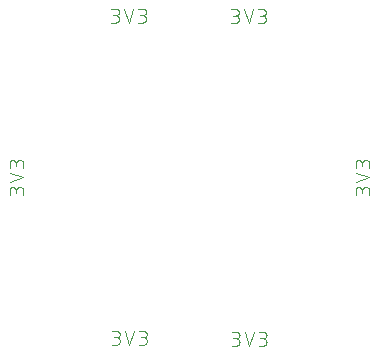
<source format=gbr>
G04 EAGLE Gerber X2 export*
%TF.Part,Single*%
%TF.FileFunction,Legend,Top,1*%
%TF.FilePolarity,Positive*%
%TF.GenerationSoftware,Autodesk,EAGLE,8.7.1*%
%TF.CreationDate,2018-07-15T20:23:54Z*%
G75*
%MOMM*%
%FSLAX34Y34*%
%LPD*%
%AMOC8*
5,1,8,0,0,1.08239X$1,22.5*%
G01*
%ADD10C,0.101600*%


D10*
X381518Y476726D02*
X384764Y476726D01*
X384877Y476728D01*
X384990Y476734D01*
X385103Y476744D01*
X385216Y476758D01*
X385328Y476775D01*
X385439Y476797D01*
X385549Y476822D01*
X385659Y476852D01*
X385767Y476885D01*
X385874Y476922D01*
X385980Y476962D01*
X386084Y477007D01*
X386187Y477055D01*
X386288Y477106D01*
X386387Y477161D01*
X386484Y477219D01*
X386579Y477281D01*
X386672Y477346D01*
X386762Y477414D01*
X386850Y477485D01*
X386936Y477560D01*
X387019Y477637D01*
X387099Y477717D01*
X387176Y477800D01*
X387251Y477886D01*
X387322Y477974D01*
X387390Y478064D01*
X387455Y478157D01*
X387517Y478252D01*
X387575Y478349D01*
X387630Y478448D01*
X387681Y478549D01*
X387729Y478652D01*
X387774Y478756D01*
X387814Y478862D01*
X387851Y478969D01*
X387884Y479077D01*
X387914Y479187D01*
X387939Y479297D01*
X387961Y479408D01*
X387978Y479520D01*
X387992Y479633D01*
X388002Y479746D01*
X388008Y479859D01*
X388010Y479972D01*
X388008Y480085D01*
X388002Y480198D01*
X387992Y480311D01*
X387978Y480424D01*
X387961Y480536D01*
X387939Y480647D01*
X387914Y480757D01*
X387884Y480867D01*
X387851Y480975D01*
X387814Y481082D01*
X387774Y481188D01*
X387729Y481292D01*
X387681Y481395D01*
X387630Y481496D01*
X387575Y481595D01*
X387517Y481692D01*
X387455Y481787D01*
X387390Y481880D01*
X387322Y481970D01*
X387251Y482058D01*
X387176Y482144D01*
X387099Y482227D01*
X387019Y482307D01*
X386936Y482384D01*
X386850Y482459D01*
X386762Y482530D01*
X386672Y482598D01*
X386579Y482663D01*
X386484Y482725D01*
X386387Y482783D01*
X386288Y482838D01*
X386187Y482889D01*
X386084Y482937D01*
X385980Y482982D01*
X385874Y483022D01*
X385767Y483059D01*
X385659Y483092D01*
X385549Y483122D01*
X385439Y483147D01*
X385328Y483169D01*
X385216Y483186D01*
X385103Y483200D01*
X384990Y483210D01*
X384877Y483216D01*
X384764Y483218D01*
X385413Y488410D02*
X381518Y488410D01*
X385413Y488410D02*
X385514Y488408D01*
X385614Y488402D01*
X385714Y488392D01*
X385814Y488379D01*
X385913Y488361D01*
X386012Y488340D01*
X386109Y488315D01*
X386206Y488286D01*
X386301Y488253D01*
X386395Y488217D01*
X386487Y488177D01*
X386578Y488134D01*
X386667Y488087D01*
X386754Y488037D01*
X386840Y487983D01*
X386923Y487926D01*
X387003Y487866D01*
X387082Y487803D01*
X387158Y487736D01*
X387231Y487667D01*
X387301Y487595D01*
X387369Y487521D01*
X387434Y487444D01*
X387495Y487364D01*
X387554Y487282D01*
X387609Y487198D01*
X387661Y487112D01*
X387710Y487024D01*
X387755Y486934D01*
X387797Y486842D01*
X387835Y486749D01*
X387869Y486654D01*
X387900Y486559D01*
X387927Y486462D01*
X387950Y486364D01*
X387970Y486265D01*
X387985Y486165D01*
X387997Y486065D01*
X388005Y485965D01*
X388009Y485864D01*
X388009Y485764D01*
X388005Y485663D01*
X387997Y485563D01*
X387985Y485463D01*
X387970Y485363D01*
X387950Y485264D01*
X387927Y485166D01*
X387900Y485069D01*
X387869Y484974D01*
X387835Y484879D01*
X387797Y484786D01*
X387755Y484694D01*
X387710Y484604D01*
X387661Y484516D01*
X387609Y484430D01*
X387554Y484346D01*
X387495Y484264D01*
X387434Y484184D01*
X387369Y484107D01*
X387301Y484033D01*
X387231Y483961D01*
X387158Y483892D01*
X387082Y483825D01*
X387003Y483762D01*
X386923Y483702D01*
X386840Y483645D01*
X386754Y483591D01*
X386667Y483541D01*
X386578Y483494D01*
X386487Y483451D01*
X386395Y483411D01*
X386301Y483375D01*
X386206Y483342D01*
X386109Y483313D01*
X386012Y483288D01*
X385913Y483267D01*
X385814Y483249D01*
X385714Y483236D01*
X385614Y483226D01*
X385514Y483220D01*
X385413Y483218D01*
X385413Y483217D02*
X382817Y483217D01*
X392299Y488410D02*
X396194Y476726D01*
X400089Y488410D01*
X404378Y476726D02*
X407624Y476726D01*
X407737Y476728D01*
X407850Y476734D01*
X407963Y476744D01*
X408076Y476758D01*
X408188Y476775D01*
X408299Y476797D01*
X408409Y476822D01*
X408519Y476852D01*
X408627Y476885D01*
X408734Y476922D01*
X408840Y476962D01*
X408944Y477007D01*
X409047Y477055D01*
X409148Y477106D01*
X409247Y477161D01*
X409344Y477219D01*
X409439Y477281D01*
X409532Y477346D01*
X409622Y477414D01*
X409710Y477485D01*
X409796Y477560D01*
X409879Y477637D01*
X409959Y477717D01*
X410036Y477800D01*
X410111Y477886D01*
X410182Y477974D01*
X410250Y478064D01*
X410315Y478157D01*
X410377Y478252D01*
X410435Y478349D01*
X410490Y478448D01*
X410541Y478549D01*
X410589Y478652D01*
X410634Y478756D01*
X410674Y478862D01*
X410711Y478969D01*
X410744Y479077D01*
X410774Y479187D01*
X410799Y479297D01*
X410821Y479408D01*
X410838Y479520D01*
X410852Y479633D01*
X410862Y479746D01*
X410868Y479859D01*
X410870Y479972D01*
X410868Y480085D01*
X410862Y480198D01*
X410852Y480311D01*
X410838Y480424D01*
X410821Y480536D01*
X410799Y480647D01*
X410774Y480757D01*
X410744Y480867D01*
X410711Y480975D01*
X410674Y481082D01*
X410634Y481188D01*
X410589Y481292D01*
X410541Y481395D01*
X410490Y481496D01*
X410435Y481595D01*
X410377Y481692D01*
X410315Y481787D01*
X410250Y481880D01*
X410182Y481970D01*
X410111Y482058D01*
X410036Y482144D01*
X409959Y482227D01*
X409879Y482307D01*
X409796Y482384D01*
X409710Y482459D01*
X409622Y482530D01*
X409532Y482598D01*
X409439Y482663D01*
X409344Y482725D01*
X409247Y482783D01*
X409148Y482838D01*
X409047Y482889D01*
X408944Y482937D01*
X408840Y482982D01*
X408734Y483022D01*
X408627Y483059D01*
X408519Y483092D01*
X408409Y483122D01*
X408299Y483147D01*
X408188Y483169D01*
X408076Y483186D01*
X407963Y483200D01*
X407850Y483210D01*
X407737Y483216D01*
X407624Y483218D01*
X408273Y488410D02*
X404378Y488410D01*
X408273Y488410D02*
X408374Y488408D01*
X408474Y488402D01*
X408574Y488392D01*
X408674Y488379D01*
X408773Y488361D01*
X408872Y488340D01*
X408969Y488315D01*
X409066Y488286D01*
X409161Y488253D01*
X409255Y488217D01*
X409347Y488177D01*
X409438Y488134D01*
X409527Y488087D01*
X409614Y488037D01*
X409700Y487983D01*
X409783Y487926D01*
X409863Y487866D01*
X409942Y487803D01*
X410018Y487736D01*
X410091Y487667D01*
X410161Y487595D01*
X410229Y487521D01*
X410294Y487444D01*
X410355Y487364D01*
X410414Y487282D01*
X410469Y487198D01*
X410521Y487112D01*
X410570Y487024D01*
X410615Y486934D01*
X410657Y486842D01*
X410695Y486749D01*
X410729Y486654D01*
X410760Y486559D01*
X410787Y486462D01*
X410810Y486364D01*
X410830Y486265D01*
X410845Y486165D01*
X410857Y486065D01*
X410865Y485965D01*
X410869Y485864D01*
X410869Y485764D01*
X410865Y485663D01*
X410857Y485563D01*
X410845Y485463D01*
X410830Y485363D01*
X410810Y485264D01*
X410787Y485166D01*
X410760Y485069D01*
X410729Y484974D01*
X410695Y484879D01*
X410657Y484786D01*
X410615Y484694D01*
X410570Y484604D01*
X410521Y484516D01*
X410469Y484430D01*
X410414Y484346D01*
X410355Y484264D01*
X410294Y484184D01*
X410229Y484107D01*
X410161Y484033D01*
X410091Y483961D01*
X410018Y483892D01*
X409942Y483825D01*
X409863Y483762D01*
X409783Y483702D01*
X409700Y483645D01*
X409614Y483591D01*
X409527Y483541D01*
X409438Y483494D01*
X409347Y483451D01*
X409255Y483411D01*
X409161Y483375D01*
X409066Y483342D01*
X408969Y483313D01*
X408872Y483288D01*
X408773Y483267D01*
X408674Y483249D01*
X408574Y483236D01*
X408474Y483226D01*
X408374Y483220D01*
X408273Y483218D01*
X408273Y483217D02*
X405677Y483217D01*
X498512Y334770D02*
X498512Y331524D01*
X498512Y334770D02*
X498510Y334883D01*
X498504Y334996D01*
X498494Y335109D01*
X498480Y335222D01*
X498463Y335334D01*
X498441Y335445D01*
X498416Y335555D01*
X498386Y335665D01*
X498353Y335773D01*
X498316Y335880D01*
X498276Y335986D01*
X498231Y336090D01*
X498183Y336193D01*
X498132Y336294D01*
X498077Y336393D01*
X498019Y336490D01*
X497957Y336585D01*
X497892Y336678D01*
X497824Y336768D01*
X497753Y336856D01*
X497678Y336942D01*
X497601Y337025D01*
X497521Y337105D01*
X497438Y337182D01*
X497352Y337257D01*
X497264Y337328D01*
X497174Y337396D01*
X497081Y337461D01*
X496986Y337523D01*
X496889Y337581D01*
X496790Y337636D01*
X496689Y337687D01*
X496586Y337735D01*
X496482Y337780D01*
X496376Y337820D01*
X496269Y337857D01*
X496161Y337890D01*
X496051Y337920D01*
X495941Y337945D01*
X495830Y337967D01*
X495718Y337984D01*
X495605Y337998D01*
X495492Y338008D01*
X495379Y338014D01*
X495266Y338016D01*
X495153Y338014D01*
X495040Y338008D01*
X494927Y337998D01*
X494814Y337984D01*
X494702Y337967D01*
X494591Y337945D01*
X494481Y337920D01*
X494371Y337890D01*
X494263Y337857D01*
X494156Y337820D01*
X494050Y337780D01*
X493946Y337735D01*
X493843Y337687D01*
X493742Y337636D01*
X493643Y337581D01*
X493546Y337523D01*
X493451Y337461D01*
X493358Y337396D01*
X493268Y337328D01*
X493180Y337257D01*
X493094Y337182D01*
X493011Y337105D01*
X492931Y337025D01*
X492854Y336942D01*
X492779Y336856D01*
X492708Y336768D01*
X492640Y336678D01*
X492575Y336585D01*
X492513Y336490D01*
X492455Y336393D01*
X492400Y336294D01*
X492349Y336193D01*
X492301Y336090D01*
X492256Y335986D01*
X492216Y335880D01*
X492179Y335773D01*
X492146Y335665D01*
X492116Y335555D01*
X492091Y335445D01*
X492069Y335334D01*
X492052Y335222D01*
X492038Y335109D01*
X492028Y334996D01*
X492022Y334883D01*
X492020Y334770D01*
X486828Y335419D02*
X486828Y331524D01*
X486828Y335419D02*
X486830Y335520D01*
X486836Y335620D01*
X486846Y335720D01*
X486859Y335820D01*
X486877Y335919D01*
X486898Y336018D01*
X486923Y336115D01*
X486952Y336212D01*
X486985Y336307D01*
X487021Y336401D01*
X487061Y336493D01*
X487104Y336584D01*
X487151Y336673D01*
X487201Y336760D01*
X487255Y336846D01*
X487312Y336929D01*
X487372Y337009D01*
X487435Y337088D01*
X487502Y337164D01*
X487571Y337237D01*
X487643Y337307D01*
X487717Y337375D01*
X487794Y337440D01*
X487874Y337501D01*
X487956Y337560D01*
X488040Y337615D01*
X488126Y337667D01*
X488214Y337716D01*
X488304Y337761D01*
X488396Y337803D01*
X488489Y337841D01*
X488584Y337875D01*
X488679Y337906D01*
X488776Y337933D01*
X488874Y337956D01*
X488973Y337976D01*
X489073Y337991D01*
X489173Y338003D01*
X489273Y338011D01*
X489374Y338015D01*
X489474Y338015D01*
X489575Y338011D01*
X489675Y338003D01*
X489775Y337991D01*
X489875Y337976D01*
X489974Y337956D01*
X490072Y337933D01*
X490169Y337906D01*
X490264Y337875D01*
X490359Y337841D01*
X490452Y337803D01*
X490544Y337761D01*
X490634Y337716D01*
X490722Y337667D01*
X490808Y337615D01*
X490892Y337560D01*
X490974Y337501D01*
X491054Y337440D01*
X491131Y337375D01*
X491205Y337307D01*
X491277Y337237D01*
X491346Y337164D01*
X491413Y337088D01*
X491476Y337009D01*
X491536Y336929D01*
X491593Y336846D01*
X491647Y336760D01*
X491697Y336673D01*
X491744Y336584D01*
X491787Y336493D01*
X491827Y336401D01*
X491863Y336307D01*
X491896Y336212D01*
X491925Y336115D01*
X491950Y336018D01*
X491971Y335919D01*
X491989Y335820D01*
X492002Y335720D01*
X492012Y335620D01*
X492018Y335520D01*
X492020Y335419D01*
X492021Y335419D02*
X492021Y332823D01*
X486828Y342305D02*
X498512Y346200D01*
X486828Y350095D01*
X498512Y354384D02*
X498512Y357630D01*
X498510Y357743D01*
X498504Y357856D01*
X498494Y357969D01*
X498480Y358082D01*
X498463Y358194D01*
X498441Y358305D01*
X498416Y358415D01*
X498386Y358525D01*
X498353Y358633D01*
X498316Y358740D01*
X498276Y358846D01*
X498231Y358950D01*
X498183Y359053D01*
X498132Y359154D01*
X498077Y359253D01*
X498019Y359350D01*
X497957Y359445D01*
X497892Y359538D01*
X497824Y359628D01*
X497753Y359716D01*
X497678Y359802D01*
X497601Y359885D01*
X497521Y359965D01*
X497438Y360042D01*
X497352Y360117D01*
X497264Y360188D01*
X497174Y360256D01*
X497081Y360321D01*
X496986Y360383D01*
X496889Y360441D01*
X496790Y360496D01*
X496689Y360547D01*
X496586Y360595D01*
X496482Y360640D01*
X496376Y360680D01*
X496269Y360717D01*
X496161Y360750D01*
X496051Y360780D01*
X495941Y360805D01*
X495830Y360827D01*
X495718Y360844D01*
X495605Y360858D01*
X495492Y360868D01*
X495379Y360874D01*
X495266Y360876D01*
X495153Y360874D01*
X495040Y360868D01*
X494927Y360858D01*
X494814Y360844D01*
X494702Y360827D01*
X494591Y360805D01*
X494481Y360780D01*
X494371Y360750D01*
X494263Y360717D01*
X494156Y360680D01*
X494050Y360640D01*
X493946Y360595D01*
X493843Y360547D01*
X493742Y360496D01*
X493643Y360441D01*
X493546Y360383D01*
X493451Y360321D01*
X493358Y360256D01*
X493268Y360188D01*
X493180Y360117D01*
X493094Y360042D01*
X493011Y359965D01*
X492931Y359885D01*
X492854Y359802D01*
X492779Y359716D01*
X492708Y359628D01*
X492640Y359538D01*
X492575Y359445D01*
X492513Y359350D01*
X492455Y359253D01*
X492400Y359154D01*
X492349Y359053D01*
X492301Y358950D01*
X492256Y358846D01*
X492216Y358740D01*
X492179Y358633D01*
X492146Y358525D01*
X492116Y358415D01*
X492091Y358305D01*
X492069Y358194D01*
X492052Y358082D01*
X492038Y357969D01*
X492028Y357856D01*
X492022Y357743D01*
X492020Y357630D01*
X486828Y358279D02*
X486828Y354384D01*
X486828Y358279D02*
X486830Y358380D01*
X486836Y358480D01*
X486846Y358580D01*
X486859Y358680D01*
X486877Y358779D01*
X486898Y358878D01*
X486923Y358975D01*
X486952Y359072D01*
X486985Y359167D01*
X487021Y359261D01*
X487061Y359353D01*
X487104Y359444D01*
X487151Y359533D01*
X487201Y359620D01*
X487255Y359706D01*
X487312Y359789D01*
X487372Y359869D01*
X487435Y359948D01*
X487502Y360024D01*
X487571Y360097D01*
X487643Y360167D01*
X487717Y360235D01*
X487794Y360300D01*
X487874Y360361D01*
X487956Y360420D01*
X488040Y360475D01*
X488126Y360527D01*
X488214Y360576D01*
X488304Y360621D01*
X488396Y360663D01*
X488489Y360701D01*
X488584Y360735D01*
X488679Y360766D01*
X488776Y360793D01*
X488874Y360816D01*
X488973Y360836D01*
X489073Y360851D01*
X489173Y360863D01*
X489273Y360871D01*
X489374Y360875D01*
X489474Y360875D01*
X489575Y360871D01*
X489675Y360863D01*
X489775Y360851D01*
X489875Y360836D01*
X489974Y360816D01*
X490072Y360793D01*
X490169Y360766D01*
X490264Y360735D01*
X490359Y360701D01*
X490452Y360663D01*
X490544Y360621D01*
X490634Y360576D01*
X490722Y360527D01*
X490808Y360475D01*
X490892Y360420D01*
X490974Y360361D01*
X491054Y360300D01*
X491131Y360235D01*
X491205Y360167D01*
X491277Y360097D01*
X491346Y360024D01*
X491413Y359948D01*
X491476Y359869D01*
X491536Y359789D01*
X491593Y359706D01*
X491647Y359620D01*
X491697Y359533D01*
X491744Y359444D01*
X491787Y359353D01*
X491827Y359261D01*
X491863Y359167D01*
X491896Y359072D01*
X491925Y358975D01*
X491950Y358878D01*
X491971Y358779D01*
X491989Y358680D01*
X492002Y358580D01*
X492012Y358480D01*
X492018Y358380D01*
X492020Y358279D01*
X492021Y358279D02*
X492021Y355683D01*
X385272Y203482D02*
X382026Y203482D01*
X385272Y203482D02*
X385385Y203484D01*
X385498Y203490D01*
X385611Y203500D01*
X385724Y203514D01*
X385836Y203531D01*
X385947Y203553D01*
X386057Y203578D01*
X386167Y203608D01*
X386275Y203641D01*
X386382Y203678D01*
X386488Y203718D01*
X386592Y203763D01*
X386695Y203811D01*
X386796Y203862D01*
X386895Y203917D01*
X386992Y203975D01*
X387087Y204037D01*
X387180Y204102D01*
X387270Y204170D01*
X387358Y204241D01*
X387444Y204316D01*
X387527Y204393D01*
X387607Y204473D01*
X387684Y204556D01*
X387759Y204642D01*
X387830Y204730D01*
X387898Y204820D01*
X387963Y204913D01*
X388025Y205008D01*
X388083Y205105D01*
X388138Y205204D01*
X388189Y205305D01*
X388237Y205408D01*
X388282Y205512D01*
X388322Y205618D01*
X388359Y205725D01*
X388392Y205833D01*
X388422Y205943D01*
X388447Y206053D01*
X388469Y206164D01*
X388486Y206276D01*
X388500Y206389D01*
X388510Y206502D01*
X388516Y206615D01*
X388518Y206728D01*
X388516Y206841D01*
X388510Y206954D01*
X388500Y207067D01*
X388486Y207180D01*
X388469Y207292D01*
X388447Y207403D01*
X388422Y207513D01*
X388392Y207623D01*
X388359Y207731D01*
X388322Y207838D01*
X388282Y207944D01*
X388237Y208048D01*
X388189Y208151D01*
X388138Y208252D01*
X388083Y208351D01*
X388025Y208448D01*
X387963Y208543D01*
X387898Y208636D01*
X387830Y208726D01*
X387759Y208814D01*
X387684Y208900D01*
X387607Y208983D01*
X387527Y209063D01*
X387444Y209140D01*
X387358Y209215D01*
X387270Y209286D01*
X387180Y209354D01*
X387087Y209419D01*
X386992Y209481D01*
X386895Y209539D01*
X386796Y209594D01*
X386695Y209645D01*
X386592Y209693D01*
X386488Y209738D01*
X386382Y209778D01*
X386275Y209815D01*
X386167Y209848D01*
X386057Y209878D01*
X385947Y209903D01*
X385836Y209925D01*
X385724Y209942D01*
X385611Y209956D01*
X385498Y209966D01*
X385385Y209972D01*
X385272Y209974D01*
X385921Y215166D02*
X382026Y215166D01*
X385921Y215166D02*
X386022Y215164D01*
X386122Y215158D01*
X386222Y215148D01*
X386322Y215135D01*
X386421Y215117D01*
X386520Y215096D01*
X386617Y215071D01*
X386714Y215042D01*
X386809Y215009D01*
X386903Y214973D01*
X386995Y214933D01*
X387086Y214890D01*
X387175Y214843D01*
X387262Y214793D01*
X387348Y214739D01*
X387431Y214682D01*
X387511Y214622D01*
X387590Y214559D01*
X387666Y214492D01*
X387739Y214423D01*
X387809Y214351D01*
X387877Y214277D01*
X387942Y214200D01*
X388003Y214120D01*
X388062Y214038D01*
X388117Y213954D01*
X388169Y213868D01*
X388218Y213780D01*
X388263Y213690D01*
X388305Y213598D01*
X388343Y213505D01*
X388377Y213410D01*
X388408Y213315D01*
X388435Y213218D01*
X388458Y213120D01*
X388478Y213021D01*
X388493Y212921D01*
X388505Y212821D01*
X388513Y212721D01*
X388517Y212620D01*
X388517Y212520D01*
X388513Y212419D01*
X388505Y212319D01*
X388493Y212219D01*
X388478Y212119D01*
X388458Y212020D01*
X388435Y211922D01*
X388408Y211825D01*
X388377Y211730D01*
X388343Y211635D01*
X388305Y211542D01*
X388263Y211450D01*
X388218Y211360D01*
X388169Y211272D01*
X388117Y211186D01*
X388062Y211102D01*
X388003Y211020D01*
X387942Y210940D01*
X387877Y210863D01*
X387809Y210789D01*
X387739Y210717D01*
X387666Y210648D01*
X387590Y210581D01*
X387511Y210518D01*
X387431Y210458D01*
X387348Y210401D01*
X387262Y210347D01*
X387175Y210297D01*
X387086Y210250D01*
X386995Y210207D01*
X386903Y210167D01*
X386809Y210131D01*
X386714Y210098D01*
X386617Y210069D01*
X386520Y210044D01*
X386421Y210023D01*
X386322Y210005D01*
X386222Y209992D01*
X386122Y209982D01*
X386022Y209976D01*
X385921Y209974D01*
X385921Y209973D02*
X383325Y209973D01*
X392807Y215166D02*
X396702Y203482D01*
X400597Y215166D01*
X404886Y203482D02*
X408132Y203482D01*
X408245Y203484D01*
X408358Y203490D01*
X408471Y203500D01*
X408584Y203514D01*
X408696Y203531D01*
X408807Y203553D01*
X408917Y203578D01*
X409027Y203608D01*
X409135Y203641D01*
X409242Y203678D01*
X409348Y203718D01*
X409452Y203763D01*
X409555Y203811D01*
X409656Y203862D01*
X409755Y203917D01*
X409852Y203975D01*
X409947Y204037D01*
X410040Y204102D01*
X410130Y204170D01*
X410218Y204241D01*
X410304Y204316D01*
X410387Y204393D01*
X410467Y204473D01*
X410544Y204556D01*
X410619Y204642D01*
X410690Y204730D01*
X410758Y204820D01*
X410823Y204913D01*
X410885Y205008D01*
X410943Y205105D01*
X410998Y205204D01*
X411049Y205305D01*
X411097Y205408D01*
X411142Y205512D01*
X411182Y205618D01*
X411219Y205725D01*
X411252Y205833D01*
X411282Y205943D01*
X411307Y206053D01*
X411329Y206164D01*
X411346Y206276D01*
X411360Y206389D01*
X411370Y206502D01*
X411376Y206615D01*
X411378Y206728D01*
X411376Y206841D01*
X411370Y206954D01*
X411360Y207067D01*
X411346Y207180D01*
X411329Y207292D01*
X411307Y207403D01*
X411282Y207513D01*
X411252Y207623D01*
X411219Y207731D01*
X411182Y207838D01*
X411142Y207944D01*
X411097Y208048D01*
X411049Y208151D01*
X410998Y208252D01*
X410943Y208351D01*
X410885Y208448D01*
X410823Y208543D01*
X410758Y208636D01*
X410690Y208726D01*
X410619Y208814D01*
X410544Y208900D01*
X410467Y208983D01*
X410387Y209063D01*
X410304Y209140D01*
X410218Y209215D01*
X410130Y209286D01*
X410040Y209354D01*
X409947Y209419D01*
X409852Y209481D01*
X409755Y209539D01*
X409656Y209594D01*
X409555Y209645D01*
X409452Y209693D01*
X409348Y209738D01*
X409242Y209778D01*
X409135Y209815D01*
X409027Y209848D01*
X408917Y209878D01*
X408807Y209903D01*
X408696Y209925D01*
X408584Y209942D01*
X408471Y209956D01*
X408358Y209966D01*
X408245Y209972D01*
X408132Y209974D01*
X408781Y215166D02*
X404886Y215166D01*
X408781Y215166D02*
X408882Y215164D01*
X408982Y215158D01*
X409082Y215148D01*
X409182Y215135D01*
X409281Y215117D01*
X409380Y215096D01*
X409477Y215071D01*
X409574Y215042D01*
X409669Y215009D01*
X409763Y214973D01*
X409855Y214933D01*
X409946Y214890D01*
X410035Y214843D01*
X410122Y214793D01*
X410208Y214739D01*
X410291Y214682D01*
X410371Y214622D01*
X410450Y214559D01*
X410526Y214492D01*
X410599Y214423D01*
X410669Y214351D01*
X410737Y214277D01*
X410802Y214200D01*
X410863Y214120D01*
X410922Y214038D01*
X410977Y213954D01*
X411029Y213868D01*
X411078Y213780D01*
X411123Y213690D01*
X411165Y213598D01*
X411203Y213505D01*
X411237Y213410D01*
X411268Y213315D01*
X411295Y213218D01*
X411318Y213120D01*
X411338Y213021D01*
X411353Y212921D01*
X411365Y212821D01*
X411373Y212721D01*
X411377Y212620D01*
X411377Y212520D01*
X411373Y212419D01*
X411365Y212319D01*
X411353Y212219D01*
X411338Y212119D01*
X411318Y212020D01*
X411295Y211922D01*
X411268Y211825D01*
X411237Y211730D01*
X411203Y211635D01*
X411165Y211542D01*
X411123Y211450D01*
X411078Y211360D01*
X411029Y211272D01*
X410977Y211186D01*
X410922Y211102D01*
X410863Y211020D01*
X410802Y210940D01*
X410737Y210863D01*
X410669Y210789D01*
X410599Y210717D01*
X410526Y210648D01*
X410450Y210581D01*
X410371Y210518D01*
X410291Y210458D01*
X410208Y210401D01*
X410122Y210347D01*
X410035Y210297D01*
X409946Y210250D01*
X409855Y210207D01*
X409763Y210167D01*
X409669Y210131D01*
X409574Y210098D01*
X409477Y210069D01*
X409380Y210044D01*
X409281Y210023D01*
X409182Y210005D01*
X409082Y209992D01*
X408982Y209982D01*
X408882Y209976D01*
X408781Y209974D01*
X408781Y209973D02*
X406185Y209973D01*
X205572Y331524D02*
X205572Y334770D01*
X205570Y334883D01*
X205564Y334996D01*
X205554Y335109D01*
X205540Y335222D01*
X205523Y335334D01*
X205501Y335445D01*
X205476Y335555D01*
X205446Y335665D01*
X205413Y335773D01*
X205376Y335880D01*
X205336Y335986D01*
X205291Y336090D01*
X205243Y336193D01*
X205192Y336294D01*
X205137Y336393D01*
X205079Y336490D01*
X205017Y336585D01*
X204952Y336678D01*
X204884Y336768D01*
X204813Y336856D01*
X204738Y336942D01*
X204661Y337025D01*
X204581Y337105D01*
X204498Y337182D01*
X204412Y337257D01*
X204324Y337328D01*
X204234Y337396D01*
X204141Y337461D01*
X204046Y337523D01*
X203949Y337581D01*
X203850Y337636D01*
X203749Y337687D01*
X203646Y337735D01*
X203542Y337780D01*
X203436Y337820D01*
X203329Y337857D01*
X203221Y337890D01*
X203111Y337920D01*
X203001Y337945D01*
X202890Y337967D01*
X202778Y337984D01*
X202665Y337998D01*
X202552Y338008D01*
X202439Y338014D01*
X202326Y338016D01*
X202213Y338014D01*
X202100Y338008D01*
X201987Y337998D01*
X201874Y337984D01*
X201762Y337967D01*
X201651Y337945D01*
X201541Y337920D01*
X201431Y337890D01*
X201323Y337857D01*
X201216Y337820D01*
X201110Y337780D01*
X201006Y337735D01*
X200903Y337687D01*
X200802Y337636D01*
X200703Y337581D01*
X200606Y337523D01*
X200511Y337461D01*
X200418Y337396D01*
X200328Y337328D01*
X200240Y337257D01*
X200154Y337182D01*
X200071Y337105D01*
X199991Y337025D01*
X199914Y336942D01*
X199839Y336856D01*
X199768Y336768D01*
X199700Y336678D01*
X199635Y336585D01*
X199573Y336490D01*
X199515Y336393D01*
X199460Y336294D01*
X199409Y336193D01*
X199361Y336090D01*
X199316Y335986D01*
X199276Y335880D01*
X199239Y335773D01*
X199206Y335665D01*
X199176Y335555D01*
X199151Y335445D01*
X199129Y335334D01*
X199112Y335222D01*
X199098Y335109D01*
X199088Y334996D01*
X199082Y334883D01*
X199080Y334770D01*
X193888Y335419D02*
X193888Y331524D01*
X193888Y335419D02*
X193890Y335520D01*
X193896Y335620D01*
X193906Y335720D01*
X193919Y335820D01*
X193937Y335919D01*
X193958Y336018D01*
X193983Y336115D01*
X194012Y336212D01*
X194045Y336307D01*
X194081Y336401D01*
X194121Y336493D01*
X194164Y336584D01*
X194211Y336673D01*
X194261Y336760D01*
X194315Y336846D01*
X194372Y336929D01*
X194432Y337009D01*
X194495Y337088D01*
X194562Y337164D01*
X194631Y337237D01*
X194703Y337307D01*
X194777Y337375D01*
X194854Y337440D01*
X194934Y337501D01*
X195016Y337560D01*
X195100Y337615D01*
X195186Y337667D01*
X195274Y337716D01*
X195364Y337761D01*
X195456Y337803D01*
X195549Y337841D01*
X195644Y337875D01*
X195739Y337906D01*
X195836Y337933D01*
X195934Y337956D01*
X196033Y337976D01*
X196133Y337991D01*
X196233Y338003D01*
X196333Y338011D01*
X196434Y338015D01*
X196534Y338015D01*
X196635Y338011D01*
X196735Y338003D01*
X196835Y337991D01*
X196935Y337976D01*
X197034Y337956D01*
X197132Y337933D01*
X197229Y337906D01*
X197324Y337875D01*
X197419Y337841D01*
X197512Y337803D01*
X197604Y337761D01*
X197694Y337716D01*
X197782Y337667D01*
X197868Y337615D01*
X197952Y337560D01*
X198034Y337501D01*
X198114Y337440D01*
X198191Y337375D01*
X198265Y337307D01*
X198337Y337237D01*
X198406Y337164D01*
X198473Y337088D01*
X198536Y337009D01*
X198596Y336929D01*
X198653Y336846D01*
X198707Y336760D01*
X198757Y336673D01*
X198804Y336584D01*
X198847Y336493D01*
X198887Y336401D01*
X198923Y336307D01*
X198956Y336212D01*
X198985Y336115D01*
X199010Y336018D01*
X199031Y335919D01*
X199049Y335820D01*
X199062Y335720D01*
X199072Y335620D01*
X199078Y335520D01*
X199080Y335419D01*
X199081Y335419D02*
X199081Y332823D01*
X193888Y342305D02*
X205572Y346200D01*
X193888Y350095D01*
X205572Y354384D02*
X205572Y357630D01*
X205570Y357743D01*
X205564Y357856D01*
X205554Y357969D01*
X205540Y358082D01*
X205523Y358194D01*
X205501Y358305D01*
X205476Y358415D01*
X205446Y358525D01*
X205413Y358633D01*
X205376Y358740D01*
X205336Y358846D01*
X205291Y358950D01*
X205243Y359053D01*
X205192Y359154D01*
X205137Y359253D01*
X205079Y359350D01*
X205017Y359445D01*
X204952Y359538D01*
X204884Y359628D01*
X204813Y359716D01*
X204738Y359802D01*
X204661Y359885D01*
X204581Y359965D01*
X204498Y360042D01*
X204412Y360117D01*
X204324Y360188D01*
X204234Y360256D01*
X204141Y360321D01*
X204046Y360383D01*
X203949Y360441D01*
X203850Y360496D01*
X203749Y360547D01*
X203646Y360595D01*
X203542Y360640D01*
X203436Y360680D01*
X203329Y360717D01*
X203221Y360750D01*
X203111Y360780D01*
X203001Y360805D01*
X202890Y360827D01*
X202778Y360844D01*
X202665Y360858D01*
X202552Y360868D01*
X202439Y360874D01*
X202326Y360876D01*
X202213Y360874D01*
X202100Y360868D01*
X201987Y360858D01*
X201874Y360844D01*
X201762Y360827D01*
X201651Y360805D01*
X201541Y360780D01*
X201431Y360750D01*
X201323Y360717D01*
X201216Y360680D01*
X201110Y360640D01*
X201006Y360595D01*
X200903Y360547D01*
X200802Y360496D01*
X200703Y360441D01*
X200606Y360383D01*
X200511Y360321D01*
X200418Y360256D01*
X200328Y360188D01*
X200240Y360117D01*
X200154Y360042D01*
X200071Y359965D01*
X199991Y359885D01*
X199914Y359802D01*
X199839Y359716D01*
X199768Y359628D01*
X199700Y359538D01*
X199635Y359445D01*
X199573Y359350D01*
X199515Y359253D01*
X199460Y359154D01*
X199409Y359053D01*
X199361Y358950D01*
X199316Y358846D01*
X199276Y358740D01*
X199239Y358633D01*
X199206Y358525D01*
X199176Y358415D01*
X199151Y358305D01*
X199129Y358194D01*
X199112Y358082D01*
X199098Y357969D01*
X199088Y357856D01*
X199082Y357743D01*
X199080Y357630D01*
X193888Y358279D02*
X193888Y354384D01*
X193888Y358279D02*
X193890Y358380D01*
X193896Y358480D01*
X193906Y358580D01*
X193919Y358680D01*
X193937Y358779D01*
X193958Y358878D01*
X193983Y358975D01*
X194012Y359072D01*
X194045Y359167D01*
X194081Y359261D01*
X194121Y359353D01*
X194164Y359444D01*
X194211Y359533D01*
X194261Y359620D01*
X194315Y359706D01*
X194372Y359789D01*
X194432Y359869D01*
X194495Y359948D01*
X194562Y360024D01*
X194631Y360097D01*
X194703Y360167D01*
X194777Y360235D01*
X194854Y360300D01*
X194934Y360361D01*
X195016Y360420D01*
X195100Y360475D01*
X195186Y360527D01*
X195274Y360576D01*
X195364Y360621D01*
X195456Y360663D01*
X195549Y360701D01*
X195644Y360735D01*
X195739Y360766D01*
X195836Y360793D01*
X195934Y360816D01*
X196033Y360836D01*
X196133Y360851D01*
X196233Y360863D01*
X196333Y360871D01*
X196434Y360875D01*
X196534Y360875D01*
X196635Y360871D01*
X196735Y360863D01*
X196835Y360851D01*
X196935Y360836D01*
X197034Y360816D01*
X197132Y360793D01*
X197229Y360766D01*
X197324Y360735D01*
X197419Y360701D01*
X197512Y360663D01*
X197604Y360621D01*
X197694Y360576D01*
X197782Y360527D01*
X197868Y360475D01*
X197952Y360420D01*
X198034Y360361D01*
X198114Y360300D01*
X198191Y360235D01*
X198265Y360167D01*
X198337Y360097D01*
X198406Y360024D01*
X198473Y359948D01*
X198536Y359869D01*
X198596Y359789D01*
X198653Y359706D01*
X198707Y359620D01*
X198757Y359533D01*
X198804Y359444D01*
X198847Y359353D01*
X198887Y359261D01*
X198923Y359167D01*
X198956Y359072D01*
X198985Y358975D01*
X199010Y358878D01*
X199031Y358779D01*
X199049Y358680D01*
X199062Y358580D01*
X199072Y358480D01*
X199078Y358380D01*
X199080Y358279D01*
X199081Y358279D02*
X199081Y355683D01*
X280006Y477234D02*
X283252Y477234D01*
X283365Y477236D01*
X283478Y477242D01*
X283591Y477252D01*
X283704Y477266D01*
X283816Y477283D01*
X283927Y477305D01*
X284037Y477330D01*
X284147Y477360D01*
X284255Y477393D01*
X284362Y477430D01*
X284468Y477470D01*
X284572Y477515D01*
X284675Y477563D01*
X284776Y477614D01*
X284875Y477669D01*
X284972Y477727D01*
X285067Y477789D01*
X285160Y477854D01*
X285250Y477922D01*
X285338Y477993D01*
X285424Y478068D01*
X285507Y478145D01*
X285587Y478225D01*
X285664Y478308D01*
X285739Y478394D01*
X285810Y478482D01*
X285878Y478572D01*
X285943Y478665D01*
X286005Y478760D01*
X286063Y478857D01*
X286118Y478956D01*
X286169Y479057D01*
X286217Y479160D01*
X286262Y479264D01*
X286302Y479370D01*
X286339Y479477D01*
X286372Y479585D01*
X286402Y479695D01*
X286427Y479805D01*
X286449Y479916D01*
X286466Y480028D01*
X286480Y480141D01*
X286490Y480254D01*
X286496Y480367D01*
X286498Y480480D01*
X286496Y480593D01*
X286490Y480706D01*
X286480Y480819D01*
X286466Y480932D01*
X286449Y481044D01*
X286427Y481155D01*
X286402Y481265D01*
X286372Y481375D01*
X286339Y481483D01*
X286302Y481590D01*
X286262Y481696D01*
X286217Y481800D01*
X286169Y481903D01*
X286118Y482004D01*
X286063Y482103D01*
X286005Y482200D01*
X285943Y482295D01*
X285878Y482388D01*
X285810Y482478D01*
X285739Y482566D01*
X285664Y482652D01*
X285587Y482735D01*
X285507Y482815D01*
X285424Y482892D01*
X285338Y482967D01*
X285250Y483038D01*
X285160Y483106D01*
X285067Y483171D01*
X284972Y483233D01*
X284875Y483291D01*
X284776Y483346D01*
X284675Y483397D01*
X284572Y483445D01*
X284468Y483490D01*
X284362Y483530D01*
X284255Y483567D01*
X284147Y483600D01*
X284037Y483630D01*
X283927Y483655D01*
X283816Y483677D01*
X283704Y483694D01*
X283591Y483708D01*
X283478Y483718D01*
X283365Y483724D01*
X283252Y483726D01*
X283901Y488918D02*
X280006Y488918D01*
X283901Y488918D02*
X284002Y488916D01*
X284102Y488910D01*
X284202Y488900D01*
X284302Y488887D01*
X284401Y488869D01*
X284500Y488848D01*
X284597Y488823D01*
X284694Y488794D01*
X284789Y488761D01*
X284883Y488725D01*
X284975Y488685D01*
X285066Y488642D01*
X285155Y488595D01*
X285242Y488545D01*
X285328Y488491D01*
X285411Y488434D01*
X285491Y488374D01*
X285570Y488311D01*
X285646Y488244D01*
X285719Y488175D01*
X285789Y488103D01*
X285857Y488029D01*
X285922Y487952D01*
X285983Y487872D01*
X286042Y487790D01*
X286097Y487706D01*
X286149Y487620D01*
X286198Y487532D01*
X286243Y487442D01*
X286285Y487350D01*
X286323Y487257D01*
X286357Y487162D01*
X286388Y487067D01*
X286415Y486970D01*
X286438Y486872D01*
X286458Y486773D01*
X286473Y486673D01*
X286485Y486573D01*
X286493Y486473D01*
X286497Y486372D01*
X286497Y486272D01*
X286493Y486171D01*
X286485Y486071D01*
X286473Y485971D01*
X286458Y485871D01*
X286438Y485772D01*
X286415Y485674D01*
X286388Y485577D01*
X286357Y485482D01*
X286323Y485387D01*
X286285Y485294D01*
X286243Y485202D01*
X286198Y485112D01*
X286149Y485024D01*
X286097Y484938D01*
X286042Y484854D01*
X285983Y484772D01*
X285922Y484692D01*
X285857Y484615D01*
X285789Y484541D01*
X285719Y484469D01*
X285646Y484400D01*
X285570Y484333D01*
X285491Y484270D01*
X285411Y484210D01*
X285328Y484153D01*
X285242Y484099D01*
X285155Y484049D01*
X285066Y484002D01*
X284975Y483959D01*
X284883Y483919D01*
X284789Y483883D01*
X284694Y483850D01*
X284597Y483821D01*
X284500Y483796D01*
X284401Y483775D01*
X284302Y483757D01*
X284202Y483744D01*
X284102Y483734D01*
X284002Y483728D01*
X283901Y483726D01*
X283901Y483725D02*
X281305Y483725D01*
X290787Y488918D02*
X294682Y477234D01*
X298577Y488918D01*
X302866Y477234D02*
X306112Y477234D01*
X306225Y477236D01*
X306338Y477242D01*
X306451Y477252D01*
X306564Y477266D01*
X306676Y477283D01*
X306787Y477305D01*
X306897Y477330D01*
X307007Y477360D01*
X307115Y477393D01*
X307222Y477430D01*
X307328Y477470D01*
X307432Y477515D01*
X307535Y477563D01*
X307636Y477614D01*
X307735Y477669D01*
X307832Y477727D01*
X307927Y477789D01*
X308020Y477854D01*
X308110Y477922D01*
X308198Y477993D01*
X308284Y478068D01*
X308367Y478145D01*
X308447Y478225D01*
X308524Y478308D01*
X308599Y478394D01*
X308670Y478482D01*
X308738Y478572D01*
X308803Y478665D01*
X308865Y478760D01*
X308923Y478857D01*
X308978Y478956D01*
X309029Y479057D01*
X309077Y479160D01*
X309122Y479264D01*
X309162Y479370D01*
X309199Y479477D01*
X309232Y479585D01*
X309262Y479695D01*
X309287Y479805D01*
X309309Y479916D01*
X309326Y480028D01*
X309340Y480141D01*
X309350Y480254D01*
X309356Y480367D01*
X309358Y480480D01*
X309356Y480593D01*
X309350Y480706D01*
X309340Y480819D01*
X309326Y480932D01*
X309309Y481044D01*
X309287Y481155D01*
X309262Y481265D01*
X309232Y481375D01*
X309199Y481483D01*
X309162Y481590D01*
X309122Y481696D01*
X309077Y481800D01*
X309029Y481903D01*
X308978Y482004D01*
X308923Y482103D01*
X308865Y482200D01*
X308803Y482295D01*
X308738Y482388D01*
X308670Y482478D01*
X308599Y482566D01*
X308524Y482652D01*
X308447Y482735D01*
X308367Y482815D01*
X308284Y482892D01*
X308198Y482967D01*
X308110Y483038D01*
X308020Y483106D01*
X307927Y483171D01*
X307832Y483233D01*
X307735Y483291D01*
X307636Y483346D01*
X307535Y483397D01*
X307432Y483445D01*
X307328Y483490D01*
X307222Y483530D01*
X307115Y483567D01*
X307007Y483600D01*
X306897Y483630D01*
X306787Y483655D01*
X306676Y483677D01*
X306564Y483694D01*
X306451Y483708D01*
X306338Y483718D01*
X306225Y483724D01*
X306112Y483726D01*
X306761Y488918D02*
X302866Y488918D01*
X306761Y488918D02*
X306862Y488916D01*
X306962Y488910D01*
X307062Y488900D01*
X307162Y488887D01*
X307261Y488869D01*
X307360Y488848D01*
X307457Y488823D01*
X307554Y488794D01*
X307649Y488761D01*
X307743Y488725D01*
X307835Y488685D01*
X307926Y488642D01*
X308015Y488595D01*
X308102Y488545D01*
X308188Y488491D01*
X308271Y488434D01*
X308351Y488374D01*
X308430Y488311D01*
X308506Y488244D01*
X308579Y488175D01*
X308649Y488103D01*
X308717Y488029D01*
X308782Y487952D01*
X308843Y487872D01*
X308902Y487790D01*
X308957Y487706D01*
X309009Y487620D01*
X309058Y487532D01*
X309103Y487442D01*
X309145Y487350D01*
X309183Y487257D01*
X309217Y487162D01*
X309248Y487067D01*
X309275Y486970D01*
X309298Y486872D01*
X309318Y486773D01*
X309333Y486673D01*
X309345Y486573D01*
X309353Y486473D01*
X309357Y486372D01*
X309357Y486272D01*
X309353Y486171D01*
X309345Y486071D01*
X309333Y485971D01*
X309318Y485871D01*
X309298Y485772D01*
X309275Y485674D01*
X309248Y485577D01*
X309217Y485482D01*
X309183Y485387D01*
X309145Y485294D01*
X309103Y485202D01*
X309058Y485112D01*
X309009Y485024D01*
X308957Y484938D01*
X308902Y484854D01*
X308843Y484772D01*
X308782Y484692D01*
X308717Y484615D01*
X308649Y484541D01*
X308579Y484469D01*
X308506Y484400D01*
X308430Y484333D01*
X308351Y484270D01*
X308271Y484210D01*
X308188Y484153D01*
X308102Y484099D01*
X308015Y484049D01*
X307926Y484002D01*
X307835Y483959D01*
X307743Y483919D01*
X307649Y483883D01*
X307554Y483850D01*
X307457Y483821D01*
X307360Y483796D01*
X307261Y483775D01*
X307162Y483757D01*
X307062Y483744D01*
X306962Y483734D01*
X306862Y483728D01*
X306761Y483726D01*
X306761Y483725D02*
X304165Y483725D01*
X283926Y204438D02*
X280680Y204438D01*
X283926Y204438D02*
X284039Y204440D01*
X284152Y204446D01*
X284265Y204456D01*
X284378Y204470D01*
X284490Y204487D01*
X284601Y204509D01*
X284711Y204534D01*
X284821Y204564D01*
X284929Y204597D01*
X285036Y204634D01*
X285142Y204674D01*
X285246Y204719D01*
X285349Y204767D01*
X285450Y204818D01*
X285549Y204873D01*
X285646Y204931D01*
X285741Y204993D01*
X285834Y205058D01*
X285924Y205126D01*
X286012Y205197D01*
X286098Y205272D01*
X286181Y205349D01*
X286261Y205429D01*
X286338Y205512D01*
X286413Y205598D01*
X286484Y205686D01*
X286552Y205776D01*
X286617Y205869D01*
X286679Y205964D01*
X286737Y206061D01*
X286792Y206160D01*
X286843Y206261D01*
X286891Y206364D01*
X286936Y206468D01*
X286976Y206574D01*
X287013Y206681D01*
X287046Y206789D01*
X287076Y206899D01*
X287101Y207009D01*
X287123Y207120D01*
X287140Y207232D01*
X287154Y207345D01*
X287164Y207458D01*
X287170Y207571D01*
X287172Y207684D01*
X287170Y207797D01*
X287164Y207910D01*
X287154Y208023D01*
X287140Y208136D01*
X287123Y208248D01*
X287101Y208359D01*
X287076Y208469D01*
X287046Y208579D01*
X287013Y208687D01*
X286976Y208794D01*
X286936Y208900D01*
X286891Y209004D01*
X286843Y209107D01*
X286792Y209208D01*
X286737Y209307D01*
X286679Y209404D01*
X286617Y209499D01*
X286552Y209592D01*
X286484Y209682D01*
X286413Y209770D01*
X286338Y209856D01*
X286261Y209939D01*
X286181Y210019D01*
X286098Y210096D01*
X286012Y210171D01*
X285924Y210242D01*
X285834Y210310D01*
X285741Y210375D01*
X285646Y210437D01*
X285549Y210495D01*
X285450Y210550D01*
X285349Y210601D01*
X285246Y210649D01*
X285142Y210694D01*
X285036Y210734D01*
X284929Y210771D01*
X284821Y210804D01*
X284711Y210834D01*
X284601Y210859D01*
X284490Y210881D01*
X284378Y210898D01*
X284265Y210912D01*
X284152Y210922D01*
X284039Y210928D01*
X283926Y210930D01*
X284575Y216122D02*
X280680Y216122D01*
X284575Y216122D02*
X284676Y216120D01*
X284776Y216114D01*
X284876Y216104D01*
X284976Y216091D01*
X285075Y216073D01*
X285174Y216052D01*
X285271Y216027D01*
X285368Y215998D01*
X285463Y215965D01*
X285557Y215929D01*
X285649Y215889D01*
X285740Y215846D01*
X285829Y215799D01*
X285916Y215749D01*
X286002Y215695D01*
X286085Y215638D01*
X286165Y215578D01*
X286244Y215515D01*
X286320Y215448D01*
X286393Y215379D01*
X286463Y215307D01*
X286531Y215233D01*
X286596Y215156D01*
X286657Y215076D01*
X286716Y214994D01*
X286771Y214910D01*
X286823Y214824D01*
X286872Y214736D01*
X286917Y214646D01*
X286959Y214554D01*
X286997Y214461D01*
X287031Y214366D01*
X287062Y214271D01*
X287089Y214174D01*
X287112Y214076D01*
X287132Y213977D01*
X287147Y213877D01*
X287159Y213777D01*
X287167Y213677D01*
X287171Y213576D01*
X287171Y213476D01*
X287167Y213375D01*
X287159Y213275D01*
X287147Y213175D01*
X287132Y213075D01*
X287112Y212976D01*
X287089Y212878D01*
X287062Y212781D01*
X287031Y212686D01*
X286997Y212591D01*
X286959Y212498D01*
X286917Y212406D01*
X286872Y212316D01*
X286823Y212228D01*
X286771Y212142D01*
X286716Y212058D01*
X286657Y211976D01*
X286596Y211896D01*
X286531Y211819D01*
X286463Y211745D01*
X286393Y211673D01*
X286320Y211604D01*
X286244Y211537D01*
X286165Y211474D01*
X286085Y211414D01*
X286002Y211357D01*
X285916Y211303D01*
X285829Y211253D01*
X285740Y211206D01*
X285649Y211163D01*
X285557Y211123D01*
X285463Y211087D01*
X285368Y211054D01*
X285271Y211025D01*
X285174Y211000D01*
X285075Y210979D01*
X284976Y210961D01*
X284876Y210948D01*
X284776Y210938D01*
X284676Y210932D01*
X284575Y210930D01*
X284575Y210929D02*
X281979Y210929D01*
X291461Y216122D02*
X295356Y204438D01*
X299251Y216122D01*
X303540Y204438D02*
X306786Y204438D01*
X306899Y204440D01*
X307012Y204446D01*
X307125Y204456D01*
X307238Y204470D01*
X307350Y204487D01*
X307461Y204509D01*
X307571Y204534D01*
X307681Y204564D01*
X307789Y204597D01*
X307896Y204634D01*
X308002Y204674D01*
X308106Y204719D01*
X308209Y204767D01*
X308310Y204818D01*
X308409Y204873D01*
X308506Y204931D01*
X308601Y204993D01*
X308694Y205058D01*
X308784Y205126D01*
X308872Y205197D01*
X308958Y205272D01*
X309041Y205349D01*
X309121Y205429D01*
X309198Y205512D01*
X309273Y205598D01*
X309344Y205686D01*
X309412Y205776D01*
X309477Y205869D01*
X309539Y205964D01*
X309597Y206061D01*
X309652Y206160D01*
X309703Y206261D01*
X309751Y206364D01*
X309796Y206468D01*
X309836Y206574D01*
X309873Y206681D01*
X309906Y206789D01*
X309936Y206899D01*
X309961Y207009D01*
X309983Y207120D01*
X310000Y207232D01*
X310014Y207345D01*
X310024Y207458D01*
X310030Y207571D01*
X310032Y207684D01*
X310030Y207797D01*
X310024Y207910D01*
X310014Y208023D01*
X310000Y208136D01*
X309983Y208248D01*
X309961Y208359D01*
X309936Y208469D01*
X309906Y208579D01*
X309873Y208687D01*
X309836Y208794D01*
X309796Y208900D01*
X309751Y209004D01*
X309703Y209107D01*
X309652Y209208D01*
X309597Y209307D01*
X309539Y209404D01*
X309477Y209499D01*
X309412Y209592D01*
X309344Y209682D01*
X309273Y209770D01*
X309198Y209856D01*
X309121Y209939D01*
X309041Y210019D01*
X308958Y210096D01*
X308872Y210171D01*
X308784Y210242D01*
X308694Y210310D01*
X308601Y210375D01*
X308506Y210437D01*
X308409Y210495D01*
X308310Y210550D01*
X308209Y210601D01*
X308106Y210649D01*
X308002Y210694D01*
X307896Y210734D01*
X307789Y210771D01*
X307681Y210804D01*
X307571Y210834D01*
X307461Y210859D01*
X307350Y210881D01*
X307238Y210898D01*
X307125Y210912D01*
X307012Y210922D01*
X306899Y210928D01*
X306786Y210930D01*
X307435Y216122D02*
X303540Y216122D01*
X307435Y216122D02*
X307536Y216120D01*
X307636Y216114D01*
X307736Y216104D01*
X307836Y216091D01*
X307935Y216073D01*
X308034Y216052D01*
X308131Y216027D01*
X308228Y215998D01*
X308323Y215965D01*
X308417Y215929D01*
X308509Y215889D01*
X308600Y215846D01*
X308689Y215799D01*
X308776Y215749D01*
X308862Y215695D01*
X308945Y215638D01*
X309025Y215578D01*
X309104Y215515D01*
X309180Y215448D01*
X309253Y215379D01*
X309323Y215307D01*
X309391Y215233D01*
X309456Y215156D01*
X309517Y215076D01*
X309576Y214994D01*
X309631Y214910D01*
X309683Y214824D01*
X309732Y214736D01*
X309777Y214646D01*
X309819Y214554D01*
X309857Y214461D01*
X309891Y214366D01*
X309922Y214271D01*
X309949Y214174D01*
X309972Y214076D01*
X309992Y213977D01*
X310007Y213877D01*
X310019Y213777D01*
X310027Y213677D01*
X310031Y213576D01*
X310031Y213476D01*
X310027Y213375D01*
X310019Y213275D01*
X310007Y213175D01*
X309992Y213075D01*
X309972Y212976D01*
X309949Y212878D01*
X309922Y212781D01*
X309891Y212686D01*
X309857Y212591D01*
X309819Y212498D01*
X309777Y212406D01*
X309732Y212316D01*
X309683Y212228D01*
X309631Y212142D01*
X309576Y212058D01*
X309517Y211976D01*
X309456Y211896D01*
X309391Y211819D01*
X309323Y211745D01*
X309253Y211673D01*
X309180Y211604D01*
X309104Y211537D01*
X309025Y211474D01*
X308945Y211414D01*
X308862Y211357D01*
X308776Y211303D01*
X308689Y211253D01*
X308600Y211206D01*
X308509Y211163D01*
X308417Y211123D01*
X308323Y211087D01*
X308228Y211054D01*
X308131Y211025D01*
X308034Y211000D01*
X307935Y210979D01*
X307836Y210961D01*
X307736Y210948D01*
X307636Y210938D01*
X307536Y210932D01*
X307435Y210930D01*
X307435Y210929D02*
X304839Y210929D01*
M02*

</source>
